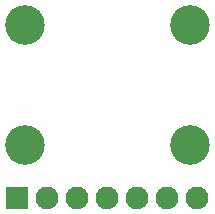
<source format=gbr>
G04 EAGLE Gerber RS-274X export*
G75*
%MOMM*%
%FSLAX34Y34*%
%LPD*%
%INSoldermask Bottom*%
%IPPOS*%
%AMOC8*
5,1,8,0,0,1.08239X$1,22.5*%
G01*
%ADD10C,3.352400*%
%ADD11R,1.930400X1.930400*%
%ADD12C,1.930400*%


D10*
X148844Y30734D03*
X9144Y30734D03*
X9144Y-70866D03*
X148844Y-70866D03*
D11*
X2794Y-115316D03*
D12*
X28194Y-115316D03*
X53594Y-115316D03*
X78994Y-115316D03*
X104394Y-115316D03*
X129794Y-115316D03*
X155194Y-115316D03*
M02*

</source>
